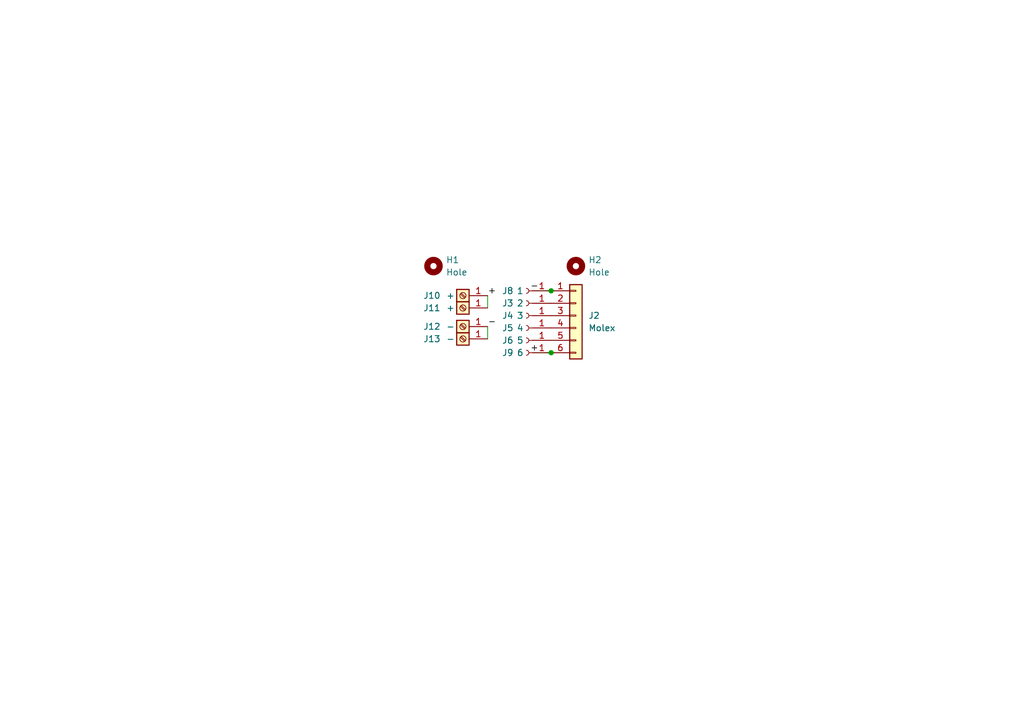
<source format=kicad_sch>
(kicad_sch
	(version 20231120)
	(generator "eeschema")
	(generator_version "8.0")
	(uuid "93c4057a-982e-4339-be3b-d539c888c3cf")
	(paper "A5")
	(lib_symbols
		(symbol "Connector:Conn_01x01_Socket"
			(pin_names
				(offset 1.016) hide)
			(exclude_from_sim no)
			(in_bom yes)
			(on_board yes)
			(property "Reference" "J"
				(at 0 2.54 0)
				(effects
					(font
						(size 1.27 1.27)
					)
				)
			)
			(property "Value" "Conn_01x01_Socket"
				(at 0 -2.54 0)
				(effects
					(font
						(size 1.27 1.27)
					)
				)
			)
			(property "Footprint" ""
				(at 0 0 0)
				(effects
					(font
						(size 1.27 1.27)
					)
					(hide yes)
				)
			)
			(property "Datasheet" "~"
				(at 0 0 0)
				(effects
					(font
						(size 1.27 1.27)
					)
					(hide yes)
				)
			)
			(property "Description" "Generic connector, single row, 01x01, script generated"
				(at 0 0 0)
				(effects
					(font
						(size 1.27 1.27)
					)
					(hide yes)
				)
			)
			(property "ki_locked" ""
				(at 0 0 0)
				(effects
					(font
						(size 1.27 1.27)
					)
				)
			)
			(property "ki_keywords" "connector"
				(at 0 0 0)
				(effects
					(font
						(size 1.27 1.27)
					)
					(hide yes)
				)
			)
			(property "ki_fp_filters" "Connector*:*_1x??_*"
				(at 0 0 0)
				(effects
					(font
						(size 1.27 1.27)
					)
					(hide yes)
				)
			)
			(symbol "Conn_01x01_Socket_1_1"
				(polyline
					(pts
						(xy -1.27 0) (xy -0.508 0)
					)
					(stroke
						(width 0.1524)
						(type default)
					)
					(fill
						(type none)
					)
				)
				(arc
					(start 0 0.508)
					(mid -0.5058 0)
					(end 0 -0.508)
					(stroke
						(width 0.1524)
						(type default)
					)
					(fill
						(type none)
					)
				)
				(pin passive line
					(at -5.08 0 0)
					(length 3.81)
					(name "Pin_1"
						(effects
							(font
								(size 1.27 1.27)
							)
						)
					)
					(number "1"
						(effects
							(font
								(size 1.27 1.27)
							)
						)
					)
				)
			)
		)
		(symbol "Connector:Screw_Terminal_01x01"
			(pin_names
				(offset 1.016) hide)
			(exclude_from_sim no)
			(in_bom yes)
			(on_board yes)
			(property "Reference" "J"
				(at 0 2.54 0)
				(effects
					(font
						(size 1.27 1.27)
					)
				)
			)
			(property "Value" "Screw_Terminal_01x01"
				(at 0 -2.54 0)
				(effects
					(font
						(size 1.27 1.27)
					)
				)
			)
			(property "Footprint" ""
				(at 0 0 0)
				(effects
					(font
						(size 1.27 1.27)
					)
					(hide yes)
				)
			)
			(property "Datasheet" "~"
				(at 0 0 0)
				(effects
					(font
						(size 1.27 1.27)
					)
					(hide yes)
				)
			)
			(property "Description" "Generic screw terminal, single row, 01x01, script generated (kicad-library-utils/schlib/autogen/connector/)"
				(at 0 0 0)
				(effects
					(font
						(size 1.27 1.27)
					)
					(hide yes)
				)
			)
			(property "ki_keywords" "screw terminal"
				(at 0 0 0)
				(effects
					(font
						(size 1.27 1.27)
					)
					(hide yes)
				)
			)
			(property "ki_fp_filters" "TerminalBlock*:*"
				(at 0 0 0)
				(effects
					(font
						(size 1.27 1.27)
					)
					(hide yes)
				)
			)
			(symbol "Screw_Terminal_01x01_1_1"
				(rectangle
					(start -1.27 1.27)
					(end 1.27 -1.27)
					(stroke
						(width 0.254)
						(type default)
					)
					(fill
						(type background)
					)
				)
				(polyline
					(pts
						(xy -0.5334 0.3302) (xy 0.3302 -0.508)
					)
					(stroke
						(width 0.1524)
						(type default)
					)
					(fill
						(type none)
					)
				)
				(polyline
					(pts
						(xy -0.3556 0.508) (xy 0.508 -0.3302)
					)
					(stroke
						(width 0.1524)
						(type default)
					)
					(fill
						(type none)
					)
				)
				(circle
					(center 0 0)
					(radius 0.635)
					(stroke
						(width 0.1524)
						(type default)
					)
					(fill
						(type none)
					)
				)
				(pin passive line
					(at -5.08 0 0)
					(length 3.81)
					(name "Pin_1"
						(effects
							(font
								(size 1.27 1.27)
							)
						)
					)
					(number "1"
						(effects
							(font
								(size 1.27 1.27)
							)
						)
					)
				)
			)
		)
		(symbol "Connector_Generic:Conn_01x06"
			(pin_names
				(offset 1.016) hide)
			(exclude_from_sim no)
			(in_bom yes)
			(on_board yes)
			(property "Reference" "J"
				(at 0 7.62 0)
				(effects
					(font
						(size 1.27 1.27)
					)
				)
			)
			(property "Value" "Conn_01x06"
				(at 0 -10.16 0)
				(effects
					(font
						(size 1.27 1.27)
					)
				)
			)
			(property "Footprint" ""
				(at 0 0 0)
				(effects
					(font
						(size 1.27 1.27)
					)
					(hide yes)
				)
			)
			(property "Datasheet" "~"
				(at 0 0 0)
				(effects
					(font
						(size 1.27 1.27)
					)
					(hide yes)
				)
			)
			(property "Description" "Generic connector, single row, 01x06, script generated (kicad-library-utils/schlib/autogen/connector/)"
				(at 0 0 0)
				(effects
					(font
						(size 1.27 1.27)
					)
					(hide yes)
				)
			)
			(property "ki_keywords" "connector"
				(at 0 0 0)
				(effects
					(font
						(size 1.27 1.27)
					)
					(hide yes)
				)
			)
			(property "ki_fp_filters" "Connector*:*_1x??_*"
				(at 0 0 0)
				(effects
					(font
						(size 1.27 1.27)
					)
					(hide yes)
				)
			)
			(symbol "Conn_01x06_1_1"
				(rectangle
					(start -1.27 -7.493)
					(end 0 -7.747)
					(stroke
						(width 0.1524)
						(type default)
					)
					(fill
						(type none)
					)
				)
				(rectangle
					(start -1.27 -4.953)
					(end 0 -5.207)
					(stroke
						(width 0.1524)
						(type default)
					)
					(fill
						(type none)
					)
				)
				(rectangle
					(start -1.27 -2.413)
					(end 0 -2.667)
					(stroke
						(width 0.1524)
						(type default)
					)
					(fill
						(type none)
					)
				)
				(rectangle
					(start -1.27 0.127)
					(end 0 -0.127)
					(stroke
						(width 0.1524)
						(type default)
					)
					(fill
						(type none)
					)
				)
				(rectangle
					(start -1.27 2.667)
					(end 0 2.413)
					(stroke
						(width 0.1524)
						(type default)
					)
					(fill
						(type none)
					)
				)
				(rectangle
					(start -1.27 5.207)
					(end 0 4.953)
					(stroke
						(width 0.1524)
						(type default)
					)
					(fill
						(type none)
					)
				)
				(rectangle
					(start -1.27 6.35)
					(end 1.27 -8.89)
					(stroke
						(width 0.254)
						(type default)
					)
					(fill
						(type background)
					)
				)
				(pin passive line
					(at -5.08 5.08 0)
					(length 3.81)
					(name "Pin_1"
						(effects
							(font
								(size 1.27 1.27)
							)
						)
					)
					(number "1"
						(effects
							(font
								(size 1.27 1.27)
							)
						)
					)
				)
				(pin passive line
					(at -5.08 2.54 0)
					(length 3.81)
					(name "Pin_2"
						(effects
							(font
								(size 1.27 1.27)
							)
						)
					)
					(number "2"
						(effects
							(font
								(size 1.27 1.27)
							)
						)
					)
				)
				(pin passive line
					(at -5.08 0 0)
					(length 3.81)
					(name "Pin_3"
						(effects
							(font
								(size 1.27 1.27)
							)
						)
					)
					(number "3"
						(effects
							(font
								(size 1.27 1.27)
							)
						)
					)
				)
				(pin passive line
					(at -5.08 -2.54 0)
					(length 3.81)
					(name "Pin_4"
						(effects
							(font
								(size 1.27 1.27)
							)
						)
					)
					(number "4"
						(effects
							(font
								(size 1.27 1.27)
							)
						)
					)
				)
				(pin passive line
					(at -5.08 -5.08 0)
					(length 3.81)
					(name "Pin_5"
						(effects
							(font
								(size 1.27 1.27)
							)
						)
					)
					(number "5"
						(effects
							(font
								(size 1.27 1.27)
							)
						)
					)
				)
				(pin passive line
					(at -5.08 -7.62 0)
					(length 3.81)
					(name "Pin_6"
						(effects
							(font
								(size 1.27 1.27)
							)
						)
					)
					(number "6"
						(effects
							(font
								(size 1.27 1.27)
							)
						)
					)
				)
			)
		)
		(symbol "Mechanical:MountingHole"
			(pin_names
				(offset 1.016)
			)
			(exclude_from_sim no)
			(in_bom yes)
			(on_board yes)
			(property "Reference" "H"
				(at 0 5.08 0)
				(effects
					(font
						(size 1.27 1.27)
					)
				)
			)
			(property "Value" "MountingHole"
				(at 0 3.175 0)
				(effects
					(font
						(size 1.27 1.27)
					)
				)
			)
			(property "Footprint" ""
				(at 0 0 0)
				(effects
					(font
						(size 1.27 1.27)
					)
					(hide yes)
				)
			)
			(property "Datasheet" "~"
				(at 0 0 0)
				(effects
					(font
						(size 1.27 1.27)
					)
					(hide yes)
				)
			)
			(property "Description" "Mounting Hole without connection"
				(at 0 0 0)
				(effects
					(font
						(size 1.27 1.27)
					)
					(hide yes)
				)
			)
			(property "ki_keywords" "mounting hole"
				(at 0 0 0)
				(effects
					(font
						(size 1.27 1.27)
					)
					(hide yes)
				)
			)
			(property "ki_fp_filters" "MountingHole*"
				(at 0 0 0)
				(effects
					(font
						(size 1.27 1.27)
					)
					(hide yes)
				)
			)
			(symbol "MountingHole_0_1"
				(circle
					(center 0 0)
					(radius 1.27)
					(stroke
						(width 1.27)
						(type default)
					)
					(fill
						(type none)
					)
				)
			)
		)
	)
	(junction
		(at 113.03 72.39)
		(diameter 0)
		(color 0 0 0 0)
		(uuid "870447dc-7eb6-4ecd-a0fe-bea280a7a187")
	)
	(junction
		(at 113.03 59.69)
		(diameter 0)
		(color 0 0 0 0)
		(uuid "a665dafd-eb0b-4273-84d7-475c00d146f8")
	)
	(wire
		(pts
			(xy 110.49 72.39) (xy 113.03 72.39)
		)
		(stroke
			(width 0)
			(type default)
		)
		(uuid "202d76cf-1572-4600-98de-785ec32e332c")
	)
	(wire
		(pts
			(xy 110.49 59.69) (xy 113.03 59.69)
		)
		(stroke
			(width 0)
			(type default)
		)
		(uuid "3709ffef-f59a-4f5b-bd8d-20a45f9036d8")
	)
	(wire
		(pts
			(xy 100.0129 60.6679) (xy 100.0129 63.2079)
		)
		(stroke
			(width 0)
			(type default)
		)
		(uuid "51e7b17c-6262-41a1-8f64-c24a37bf8370")
	)
	(wire
		(pts
			(xy 100.0129 67.0179) (xy 100.0129 69.5579)
		)
		(stroke
			(width 0)
			(type default)
		)
		(uuid "a0ec6ddc-e29c-4b87-a06d-af49de4ae6e2")
	)
	(label "-"
		(at 110.49 59.69 180)
		(fields_autoplaced yes)
		(effects
			(font
				(size 1.27 1.27)
			)
			(justify right bottom)
		)
		(uuid "8e15c1fa-e89f-485c-8bab-f3553bc97f49")
	)
	(label "-"
		(at 100.0129 67.0179 0)
		(fields_autoplaced yes)
		(effects
			(font
				(size 1.27 1.27)
			)
			(justify left bottom)
		)
		(uuid "96297a16-e85d-4fdb-866c-f03f7efd8638")
	)
	(label "+"
		(at 110.49 72.39 180)
		(fields_autoplaced yes)
		(effects
			(font
				(size 1.27 1.27)
			)
			(justify right bottom)
		)
		(uuid "c893f0d5-b0c8-4bb0-a835-a457a15da082")
	)
	(label "+"
		(at 100.0129 60.6679 0)
		(fields_autoplaced yes)
		(effects
			(font
				(size 1.27 1.27)
			)
			(justify left bottom)
		)
		(uuid "f8b485e7-b17b-41b5-8a32-4e8c35eac2d4")
	)
	(symbol
		(lib_id "Connector:Screw_Terminal_01x01")
		(at 94.9329 60.6679 180)
		(unit 1)
		(exclude_from_sim no)
		(in_bom yes)
		(on_board yes)
		(dnp no)
		(uuid "04a9d45e-1086-421f-8c6d-7eebedc06c8c")
		(property "Reference" "J10"
			(at 88.5829 60.6679 0)
			(effects
				(font
					(size 1.27 1.27)
				)
			)
		)
		(property "Value" "+"
			(at 92.3929 60.6679 0)
			(effects
				(font
					(size 1.27 1.27)
				)
			)
		)
		(property "Footprint" "Connector_Pin:Pin_D1.3mm_L10.0mm_W3.5mm_Flat"
			(at 94.9329 60.6679 0)
			(effects
				(font
					(size 1.27 1.27)
				)
				(hide yes)
			)
		)
		(property "Datasheet" "~"
			(at 94.9329 60.6679 0)
			(effects
				(font
					(size 1.27 1.27)
				)
				(hide yes)
			)
		)
		(property "Description" ""
			(at 94.9329 60.6679 0)
			(effects
				(font
					(size 1.27 1.27)
				)
				(hide yes)
			)
		)
		(pin "1"
			(uuid "42640da0-bcdf-4391-b75a-b7207f282581")
		)
		(instances
			(project "batrai bor"
				(path "/93c4057a-982e-4339-be3b-d539c888c3cf"
					(reference "J10")
					(unit 1)
				)
			)
		)
	)
	(symbol
		(lib_id "Connector:Conn_01x01_Socket")
		(at 107.95 69.85 180)
		(unit 1)
		(exclude_from_sim no)
		(in_bom yes)
		(on_board yes)
		(dnp no)
		(uuid "0aeb3ee9-a783-4b36-9b55-ab5b5a666fee")
		(property "Reference" "J6"
			(at 104.14 69.85 0)
			(effects
				(font
					(size 1.27 1.27)
				)
			)
		)
		(property "Value" "5"
			(at 106.68 69.85 0)
			(effects
				(font
					(size 1.27 1.27)
				)
			)
		)
		(property "Footprint" "Connector_Pin:Pin_D1.3mm_L11.0mm"
			(at 107.95 69.85 0)
			(effects
				(font
					(size 1.27 1.27)
				)
				(hide yes)
			)
		)
		(property "Datasheet" "~"
			(at 107.95 69.85 0)
			(effects
				(font
					(size 1.27 1.27)
				)
				(hide yes)
			)
		)
		(property "Description" ""
			(at 107.95 69.85 0)
			(effects
				(font
					(size 1.27 1.27)
				)
				(hide yes)
			)
		)
		(pin "1"
			(uuid "7a1c537d-32ee-46c5-b123-36a8d4460565")
		)
		(instances
			(project "batrai bor"
				(path "/93c4057a-982e-4339-be3b-d539c888c3cf"
					(reference "J6")
					(unit 1)
				)
			)
		)
	)
	(symbol
		(lib_id "Connector_Generic:Conn_01x06")
		(at 118.11 64.77 0)
		(unit 1)
		(exclude_from_sim no)
		(in_bom yes)
		(on_board yes)
		(dnp no)
		(fields_autoplaced yes)
		(uuid "274f3296-4902-45de-875d-e8944b2a61a3")
		(property "Reference" "J2"
			(at 120.65 64.77 0)
			(effects
				(font
					(size 1.27 1.27)
				)
				(justify left)
			)
		)
		(property "Value" "Molex"
			(at 120.65 67.31 0)
			(effects
				(font
					(size 1.27 1.27)
				)
				(justify left)
			)
		)
		(property "Footprint" "Connector_JST:JST_XH_S6B-XH-A-1_1x06_P2.50mm_Horizontal"
			(at 118.11 64.77 0)
			(effects
				(font
					(size 1.27 1.27)
				)
				(hide yes)
			)
		)
		(property "Datasheet" "~"
			(at 118.11 64.77 0)
			(effects
				(font
					(size 1.27 1.27)
				)
				(hide yes)
			)
		)
		(property "Description" ""
			(at 118.11 64.77 0)
			(effects
				(font
					(size 1.27 1.27)
				)
				(hide yes)
			)
		)
		(pin "2"
			(uuid "240b3239-6b5a-464d-bf0a-b4c9c7e155aa")
		)
		(pin "4"
			(uuid "2cfc3778-869b-486c-9f01-e24491058725")
		)
		(pin "1"
			(uuid "b9cfc97e-7336-4f3a-98f1-6c09c6209d39")
		)
		(pin "5"
			(uuid "54a64aad-b37d-4a1f-99d4-e832b307cee6")
		)
		(pin "6"
			(uuid "b5304cd3-db1f-46b6-8f34-1b96db28f684")
		)
		(pin "3"
			(uuid "77db0c94-5c9b-42f4-93a3-c53df7b1be53")
		)
		(instances
			(project "batrai bor"
				(path "/93c4057a-982e-4339-be3b-d539c888c3cf"
					(reference "J2")
					(unit 1)
				)
			)
		)
	)
	(symbol
		(lib_id "Connector:Conn_01x01_Socket")
		(at 107.95 59.69 180)
		(unit 1)
		(exclude_from_sim no)
		(in_bom yes)
		(on_board yes)
		(dnp no)
		(uuid "27ae0283-1893-436f-a5a1-91860bf89120")
		(property "Reference" "J8"
			(at 104.14 59.69 0)
			(effects
				(font
					(size 1.27 1.27)
				)
			)
		)
		(property "Value" "1"
			(at 106.68 59.69 0)
			(effects
				(font
					(size 1.27 1.27)
				)
			)
		)
		(property "Footprint" "Connector_Pin:Pin_D1.3mm_L11.0mm"
			(at 107.95 59.69 0)
			(effects
				(font
					(size 1.27 1.27)
				)
				(hide yes)
			)
		)
		(property "Datasheet" "~"
			(at 107.95 59.69 0)
			(effects
				(font
					(size 1.27 1.27)
				)
				(hide yes)
			)
		)
		(property "Description" ""
			(at 107.95 59.69 0)
			(effects
				(font
					(size 1.27 1.27)
				)
				(hide yes)
			)
		)
		(pin "1"
			(uuid "b16a7d88-bdc1-496d-b690-7e0def86f791")
		)
		(instances
			(project "batrai bor"
				(path "/93c4057a-982e-4339-be3b-d539c888c3cf"
					(reference "J8")
					(unit 1)
				)
			)
		)
	)
	(symbol
		(lib_id "Mechanical:MountingHole")
		(at 88.9 54.61 0)
		(unit 1)
		(exclude_from_sim no)
		(in_bom yes)
		(on_board yes)
		(dnp no)
		(fields_autoplaced yes)
		(uuid "2d13e0e1-65ab-40de-8ec9-c2523a8b239f")
		(property "Reference" "H1"
			(at 91.44 53.3399 0)
			(effects
				(font
					(size 1.27 1.27)
				)
				(justify left)
			)
		)
		(property "Value" "Hole"
			(at 91.44 55.8799 0)
			(effects
				(font
					(size 1.27 1.27)
				)
				(justify left)
			)
		)
		(property "Footprint" "MountingHole:MountingHole_2.2mm_M2_DIN965_Pad"
			(at 88.9 54.61 0)
			(effects
				(font
					(size 1.27 1.27)
				)
				(hide yes)
			)
		)
		(property "Datasheet" "~"
			(at 88.9 54.61 0)
			(effects
				(font
					(size 1.27 1.27)
				)
				(hide yes)
			)
		)
		(property "Description" ""
			(at 88.9 54.61 0)
			(effects
				(font
					(size 1.27 1.27)
				)
				(hide yes)
			)
		)
		(instances
			(project "batrai bor"
				(path "/93c4057a-982e-4339-be3b-d539c888c3cf"
					(reference "H1")
					(unit 1)
				)
			)
		)
	)
	(symbol
		(lib_id "Connector:Conn_01x01_Socket")
		(at 107.95 72.39 180)
		(unit 1)
		(exclude_from_sim no)
		(in_bom yes)
		(on_board yes)
		(dnp no)
		(uuid "32d26f23-b877-44a7-bd51-d9af6afa5c6e")
		(property "Reference" "J9"
			(at 104.14 72.39 0)
			(effects
				(font
					(size 1.27 1.27)
				)
			)
		)
		(property "Value" "6"
			(at 106.68 72.39 0)
			(effects
				(font
					(size 1.27 1.27)
				)
			)
		)
		(property "Footprint" "Connector_Pin:Pin_D1.3mm_L11.0mm"
			(at 107.95 72.39 0)
			(effects
				(font
					(size 1.27 1.27)
				)
				(hide yes)
			)
		)
		(property "Datasheet" "~"
			(at 107.95 72.39 0)
			(effects
				(font
					(size 1.27 1.27)
				)
				(hide yes)
			)
		)
		(property "Description" ""
			(at 107.95 72.39 0)
			(effects
				(font
					(size 1.27 1.27)
				)
				(hide yes)
			)
		)
		(pin "1"
			(uuid "e70fa711-04c8-453f-bfef-d51c2521d434")
		)
		(instances
			(project "batrai bor"
				(path "/93c4057a-982e-4339-be3b-d539c888c3cf"
					(reference "J9")
					(unit 1)
				)
			)
		)
	)
	(symbol
		(lib_id "Mechanical:MountingHole")
		(at 118.11 54.61 0)
		(unit 1)
		(exclude_from_sim no)
		(in_bom yes)
		(on_board yes)
		(dnp no)
		(fields_autoplaced yes)
		(uuid "46ef5d97-899a-4411-8164-4eb92bc92164")
		(property "Reference" "H2"
			(at 120.65 53.3399 0)
			(effects
				(font
					(size 1.27 1.27)
				)
				(justify left)
			)
		)
		(property "Value" "Hole"
			(at 120.65 55.8799 0)
			(effects
				(font
					(size 1.27 1.27)
				)
				(justify left)
			)
		)
		(property "Footprint" "MountingHole:MountingHole_2.2mm_M2_DIN965_Pad"
			(at 118.11 54.61 0)
			(effects
				(font
					(size 1.27 1.27)
				)
				(hide yes)
			)
		)
		(property "Datasheet" "~"
			(at 118.11 54.61 0)
			(effects
				(font
					(size 1.27 1.27)
				)
				(hide yes)
			)
		)
		(property "Description" ""
			(at 118.11 54.61 0)
			(effects
				(font
					(size 1.27 1.27)
				)
				(hide yes)
			)
		)
		(instances
			(project "batrai bor"
				(path "/93c4057a-982e-4339-be3b-d539c888c3cf"
					(reference "H2")
					(unit 1)
				)
			)
		)
	)
	(symbol
		(lib_id "Connector:Conn_01x01_Socket")
		(at 107.95 64.77 180)
		(unit 1)
		(exclude_from_sim no)
		(in_bom yes)
		(on_board yes)
		(dnp no)
		(uuid "472c6bd4-b2fc-4c4b-be57-30cba078b138")
		(property "Reference" "J4"
			(at 104.14 64.77 0)
			(effects
				(font
					(size 1.27 1.27)
				)
			)
		)
		(property "Value" "3"
			(at 106.68 64.77 0)
			(effects
				(font
					(size 1.27 1.27)
				)
			)
		)
		(property "Footprint" "Connector_Pin:Pin_D1.3mm_L11.0mm"
			(at 107.95 64.77 0)
			(effects
				(font
					(size 1.27 1.27)
				)
				(hide yes)
			)
		)
		(property "Datasheet" "~"
			(at 107.95 64.77 0)
			(effects
				(font
					(size 1.27 1.27)
				)
				(hide yes)
			)
		)
		(property "Description" ""
			(at 107.95 64.77 0)
			(effects
				(font
					(size 1.27 1.27)
				)
				(hide yes)
			)
		)
		(pin "1"
			(uuid "7a1c537d-32ee-46c5-b123-36a8d4460566")
		)
		(instances
			(project "batrai bor"
				(path "/93c4057a-982e-4339-be3b-d539c888c3cf"
					(reference "J4")
					(unit 1)
				)
			)
		)
	)
	(symbol
		(lib_id "Connector:Conn_01x01_Socket")
		(at 107.95 62.23 180)
		(unit 1)
		(exclude_from_sim no)
		(in_bom yes)
		(on_board yes)
		(dnp no)
		(uuid "73be502b-91a1-486e-a7aa-a64837172504")
		(property "Reference" "J3"
			(at 104.14 62.23 0)
			(effects
				(font
					(size 1.27 1.27)
				)
			)
		)
		(property "Value" "2"
			(at 106.68 62.23 0)
			(effects
				(font
					(size 1.27 1.27)
				)
			)
		)
		(property "Footprint" "Connector_Pin:Pin_D1.3mm_L11.0mm"
			(at 107.95 62.23 0)
			(effects
				(font
					(size 1.27 1.27)
				)
				(hide yes)
			)
		)
		(property "Datasheet" "~"
			(at 107.95 62.23 0)
			(effects
				(font
					(size 1.27 1.27)
				)
				(hide yes)
			)
		)
		(property "Description" ""
			(at 107.95 62.23 0)
			(effects
				(font
					(size 1.27 1.27)
				)
				(hide yes)
			)
		)
		(pin "1"
			(uuid "7a1c537d-32ee-46c5-b123-36a8d4460567")
		)
		(instances
			(project "batrai bor"
				(path "/93c4057a-982e-4339-be3b-d539c888c3cf"
					(reference "J3")
					(unit 1)
				)
			)
		)
	)
	(symbol
		(lib_id "Connector:Screw_Terminal_01x01")
		(at 94.9329 67.0179 180)
		(unit 1)
		(exclude_from_sim no)
		(in_bom yes)
		(on_board yes)
		(dnp no)
		(uuid "92a40875-c9a0-422d-a231-3a0dcc94f128")
		(property "Reference" "J12"
			(at 88.5829 67.0179 0)
			(effects
				(font
					(size 1.27 1.27)
				)
			)
		)
		(property "Value" "-"
			(at 92.3929 67.0179 0)
			(effects
				(font
					(size 1.27 1.27)
				)
			)
		)
		(property "Footprint" "Connector_Pin:Pin_D1.3mm_L10.0mm_W3.5mm_Flat"
			(at 94.9329 67.0179 0)
			(effects
				(font
					(size 1.27 1.27)
				)
				(hide yes)
			)
		)
		(property "Datasheet" "~"
			(at 94.9329 67.0179 0)
			(effects
				(font
					(size 1.27 1.27)
				)
				(hide yes)
			)
		)
		(property "Description" ""
			(at 94.9329 67.0179 0)
			(effects
				(font
					(size 1.27 1.27)
				)
				(hide yes)
			)
		)
		(pin "1"
			(uuid "42640da0-bcdf-4391-b75a-b7207f282582")
		)
		(instances
			(project "batrai bor"
				(path "/93c4057a-982e-4339-be3b-d539c888c3cf"
					(reference "J12")
					(unit 1)
				)
			)
		)
	)
	(symbol
		(lib_id "Connector:Conn_01x01_Socket")
		(at 107.95 67.31 180)
		(unit 1)
		(exclude_from_sim no)
		(in_bom yes)
		(on_board yes)
		(dnp no)
		(uuid "93a023db-fdf1-4662-a110-4048797b6642")
		(property "Reference" "J5"
			(at 104.14 67.31 0)
			(effects
				(font
					(size 1.27 1.27)
				)
			)
		)
		(property "Value" "4"
			(at 106.68 67.31 0)
			(effects
				(font
					(size 1.27 1.27)
				)
			)
		)
		(property "Footprint" "Connector_Pin:Pin_D1.3mm_L11.0mm"
			(at 107.95 67.31 0)
			(effects
				(font
					(size 1.27 1.27)
				)
				(hide yes)
			)
		)
		(property "Datasheet" "~"
			(at 107.95 67.31 0)
			(effects
				(font
					(size 1.27 1.27)
				)
				(hide yes)
			)
		)
		(property "Description" ""
			(at 107.95 67.31 0)
			(effects
				(font
					(size 1.27 1.27)
				)
				(hide yes)
			)
		)
		(pin "1"
			(uuid "7a1c537d-32ee-46c5-b123-36a8d4460568")
		)
		(instances
			(project "batrai bor"
				(path "/93c4057a-982e-4339-be3b-d539c888c3cf"
					(reference "J5")
					(unit 1)
				)
			)
		)
	)
	(symbol
		(lib_id "Connector:Screw_Terminal_01x01")
		(at 94.9329 63.2079 180)
		(unit 1)
		(exclude_from_sim no)
		(in_bom yes)
		(on_board yes)
		(dnp no)
		(uuid "d054f91e-c6a7-427d-8998-b244adb2e3ef")
		(property "Reference" "J11"
			(at 88.5829 63.2079 0)
			(effects
				(font
					(size 1.27 1.27)
				)
			)
		)
		(property "Value" "+"
			(at 92.3929 63.2079 0)
			(effects
				(font
					(size 1.27 1.27)
				)
			)
		)
		(property "Footprint" "Connector_Pin:Pin_D1.3mm_L10.0mm_W3.5mm_Flat"
			(at 94.9329 63.2079 0)
			(effects
				(font
					(size 1.27 1.27)
				)
				(hide yes)
			)
		)
		(property "Datasheet" "~"
			(at 94.9329 63.2079 0)
			(effects
				(font
					(size 1.27 1.27)
				)
				(hide yes)
			)
		)
		(property "Description" ""
			(at 94.9329 63.2079 0)
			(effects
				(font
					(size 1.27 1.27)
				)
				(hide yes)
			)
		)
		(pin "1"
			(uuid "42640da0-bcdf-4391-b75a-b7207f282583")
		)
		(instances
			(project "batrai bor"
				(path "/93c4057a-982e-4339-be3b-d539c888c3cf"
					(reference "J11")
					(unit 1)
				)
			)
		)
	)
	(symbol
		(lib_id "Connector:Screw_Terminal_01x01")
		(at 94.9329 69.5579 180)
		(unit 1)
		(exclude_from_sim no)
		(in_bom yes)
		(on_board yes)
		(dnp no)
		(uuid "f3b4a75e-ed2d-40fc-aa7e-30f12b23b7cb")
		(property "Reference" "J13"
			(at 88.5829 69.5579 0)
			(effects
				(font
					(size 1.27 1.27)
				)
			)
		)
		(property "Value" "-"
			(at 92.3929 69.5579 0)
			(effects
				(font
					(size 1.27 1.27)
				)
			)
		)
		(property "Footprint" "Connector_Pin:Pin_D1.3mm_L10.0mm_W3.5mm_Flat"
			(at 94.9329 69.5579 0)
			(effects
				(font
					(size 1.27 1.27)
				)
				(hide yes)
			)
		)
		(property "Datasheet" "~"
			(at 94.9329 69.5579 0)
			(effects
				(font
					(size 1.27 1.27)
				)
				(hide yes)
			)
		)
		(property "Description" ""
			(at 94.9329 69.5579 0)
			(effects
				(font
					(size 1.27 1.27)
				)
				(hide yes)
			)
		)
		(pin "1"
			(uuid "42640da0-bcdf-4391-b75a-b7207f282584")
		)
		(instances
			(project "batrai bor"
				(path "/93c4057a-982e-4339-be3b-d539c888c3cf"
					(reference "J13")
					(unit 1)
				)
			)
		)
	)
	(sheet_instances
		(path "/"
			(page "1")
		)
	)
)
</source>
